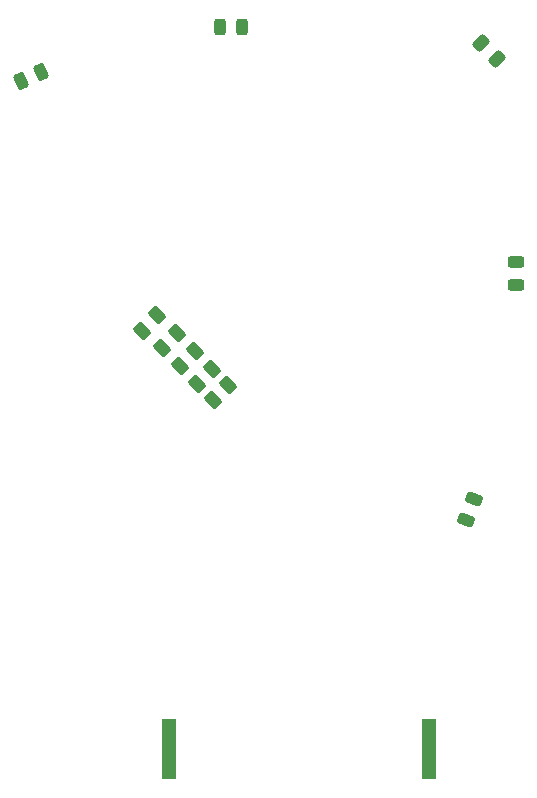
<source format=gbp>
G04 #@! TF.GenerationSoftware,KiCad,Pcbnew,(6.0.10-0)*
G04 #@! TF.CreationDate,2023-09-19T21:25:39+02:00*
G04 #@! TF.ProjectId,SwiftLeeds,53776966-744c-4656-9564-732e6b696361,rev?*
G04 #@! TF.SameCoordinates,Original*
G04 #@! TF.FileFunction,Paste,Bot*
G04 #@! TF.FilePolarity,Positive*
%FSLAX46Y46*%
G04 Gerber Fmt 4.6, Leading zero omitted, Abs format (unit mm)*
G04 Created by KiCad (PCBNEW (6.0.10-0)) date 2023-09-19 21:25:39*
%MOMM*%
%LPD*%
G01*
G04 APERTURE LIST*
G04 Aperture macros list*
%AMRoundRect*
0 Rectangle with rounded corners*
0 $1 Rounding radius*
0 $2 $3 $4 $5 $6 $7 $8 $9 X,Y pos of 4 corners*
0 Add a 4 corners polygon primitive as box body*
4,1,4,$2,$3,$4,$5,$6,$7,$8,$9,$2,$3,0*
0 Add four circle primitives for the rounded corners*
1,1,$1+$1,$2,$3*
1,1,$1+$1,$4,$5*
1,1,$1+$1,$6,$7*
1,1,$1+$1,$8,$9*
0 Add four rect primitives between the rounded corners*
20,1,$1+$1,$2,$3,$4,$5,0*
20,1,$1+$1,$4,$5,$6,$7,0*
20,1,$1+$1,$6,$7,$8,$9,0*
20,1,$1+$1,$8,$9,$2,$3,0*%
G04 Aperture macros list end*
%ADD10RoundRect,0.250000X-0.132583X0.503814X-0.503814X0.132583X0.132583X-0.503814X0.503814X-0.132583X0*%
%ADD11RoundRect,0.243750X-0.345367X0.385097X-0.512102X-0.073003X0.345367X-0.385097X0.512102X0.073003X0*%
%ADD12RoundRect,0.243750X-0.028093X-0.516516X0.413732X-0.310490X0.028093X0.516516X-0.413732X0.310490X0*%
%ADD13RoundRect,0.243750X-0.243750X-0.456250X0.243750X-0.456250X0.243750X0.456250X-0.243750X0.456250X0*%
%ADD14R,1.270000X5.080000*%
%ADD15RoundRect,0.243750X-0.494975X-0.150260X-0.150260X-0.494975X0.494975X0.150260X0.150260X0.494975X0*%
%ADD16RoundRect,0.243750X-0.456250X0.243750X-0.456250X-0.243750X0.456250X-0.243750X0.456250X0.243750X0*%
G04 APERTURE END LIST*
D10*
X138830470Y-69909530D03*
X137540000Y-71200000D03*
X141620470Y-72799530D03*
X140330000Y-74090000D03*
D11*
X161779356Y-84240962D03*
X162420644Y-82479038D03*
D10*
X140280470Y-71439530D03*
X138990000Y-72730000D03*
D12*
X125747785Y-46286883D03*
X124048457Y-47079293D03*
D13*
X142797500Y-42550000D03*
X140922500Y-42550000D03*
D10*
X135630470Y-66929530D03*
X134340000Y-68220000D03*
D14*
X136635000Y-103640000D03*
X158605000Y-103640000D03*
D15*
X164382913Y-45212913D03*
X163057087Y-43887087D03*
D16*
X165970000Y-64317500D03*
X165970000Y-62442500D03*
D10*
X137290470Y-68439530D03*
X136000000Y-69730000D03*
M02*

</source>
